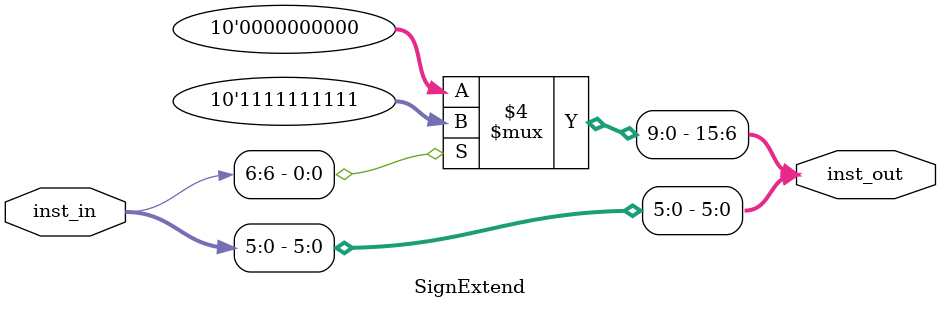
<source format=v>
`timescale 1ns / 1ps
module SignExtend(inst_in,inst_out);
    input [IMM_DATA_WIDTH - 1:0] inst_in;
    output reg [DATA_WIDTH - 1:0] inst_out;
	 parameter DATA_WIDTH = 16;
	 parameter IMM_DATA_WIDTH = 7;
always @ (inst_in)
begin
	inst_out[IMM_DATA_WIDTH - 2:0] <= inst_in[IMM_DATA_WIDTH - 2:0];
	if(inst_in[IMM_DATA_WIDTH - 1] == 1'b1)
		inst_out[DATA_WIDTH - 1 : IMM_DATA_WIDTH - 1] <= 10'b1111111111;
	else
		inst_out[DATA_WIDTH - 1 : IMM_DATA_WIDTH - 1] <= 10'b0000000000;
	end
endmodule

</source>
